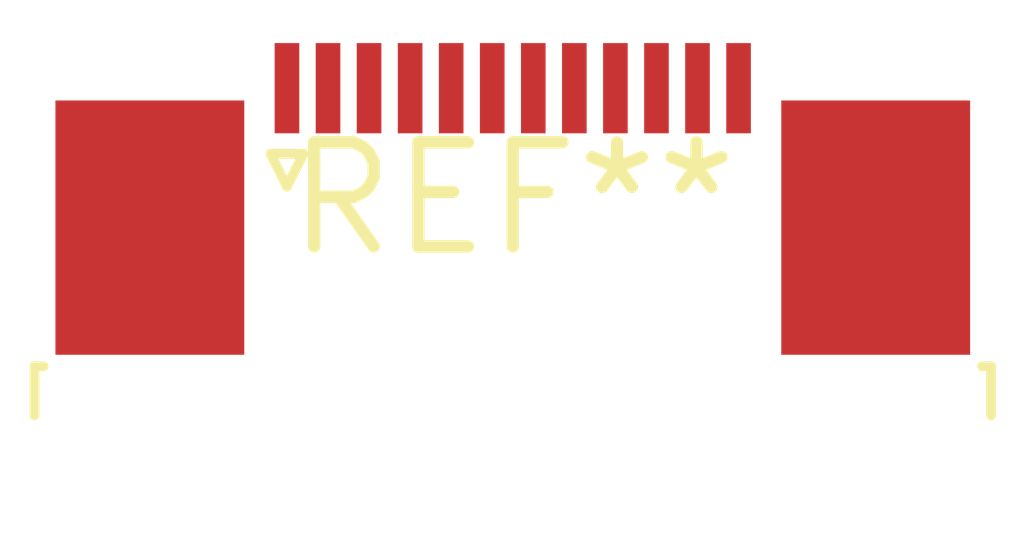
<source format=kicad_pcb>
(kicad_pcb (version 20240108) (generator pcbnew)
  (layers (0 "F.Cu" signal) (31 "B.Cu" signal) (34 "B.Paste" user) (35 "F.Paste" user) (36 "B.SilkS" user "B.Silkscreen") (37 "F.SilkS" user "F.Silkscreen") (38 "B.Mask" user) (39 "F.Mask" user) (44 "Edge.Cuts" user))
  (net 0 "")
  (footprint "TE_1-1734839-2_1x12-1MP_P0.5mm_Horizontal" (layer "F.Cu") (at 0 0)
    (property "Reference" "REF**")
    (property "Value" "PCB Edge")
    (fp_line (start -5.825 2.04) (end -5.825 2.64) (layer "F.SilkS") (stroke (width 0.12)))
    (fp_line (start -5.715 2.04) (end -5.825 2.04) (layer "F.SilkS") (stroke (width 0.12)))
    (fp_line (start -2.95 -0.55) (end -2.75 -0.15) (layer "F.SilkS") (stroke (width 0.12)))
    (fp_line (start -2.75 -0.15) (end -2.55 -0.55) (layer "F.SilkS") (stroke (width 0.12)))
    (fp_line (start -2.55 -0.55) (end -2.95 -0.55) (layer "F.SilkS") (stroke (width 0.12)))
    (fp_line (start 5.715 2.04) (end 5.825 2.04) (layer "F.SilkS") (stroke (width 0.12)))
    (fp_line (start 5.825 2.04) (end 5.825 2.64) (layer "F.SilkS") (stroke (width 0.12)))
    (pad "1" smd rect (at -2.75 -1.35) (size 0.3 1.1) (layers "F.Cu" "F.Paste" "F.Mask"))
    (pad "2" smd rect (at -2.25 -1.35) (size 0.3 1.1) (layers "F.Cu" "F.Paste" "F.Mask"))
    (pad "3" smd rect (at -1.75 -1.35) (size 0.3 1.1) (layers "F.Cu" "F.Paste" "F.Mask"))
    (pad "4" smd rect (at -1.25 -1.35) (size 0.3 1.1) (layers "F.Cu" "F.Paste" "F.Mask"))
    (pad "5" smd rect (at -0.75 -1.35) (size 0.3 1.1) (layers "F.Cu" "F.Paste" "F.Mask"))
    (pad "6" smd rect (at -0.25 -1.35) (size 0.3 1.1) (layers "F.Cu" "F.Paste" "F.Mask"))
    (pad "7" smd rect (at 0.25 -1.35) (size 0.3 1.1) (layers "F.Cu" "F.Paste" "F.Mask"))
    (pad "8" smd rect (at 0.75 -1.35) (size 0.3 1.1) (layers "F.Cu" "F.Paste" "F.Mask"))
    (pad "9" smd rect (at 1.25 -1.35) (size 0.3 1.1) (layers "F.Cu" "F.Paste" "F.Mask"))
    (pad "10" smd rect (at 1.75 -1.35) (size 0.3 1.1) (layers "F.Cu" "F.Paste" "F.Mask"))
    (pad "11" smd rect (at 2.25 -1.35) (size 0.3 1.1) (layers "F.Cu" "F.Paste" "F.Mask"))
    (pad "12" smd rect (at 2.75 -1.35) (size 0.3 1.1) (layers "F.Cu" "F.Paste" "F.Mask"))
    (pad "MP" smd rect (at -4.42 0.35) (size 2.3 3.1) (layers "F.Cu" "F.Paste" "F.Mask"))
    (pad "MP" smd rect (at 4.42 0.35) (size 2.3 3.1) (layers "F.Cu" "F.Paste" "F.Mask"))
  )
)
</source>
